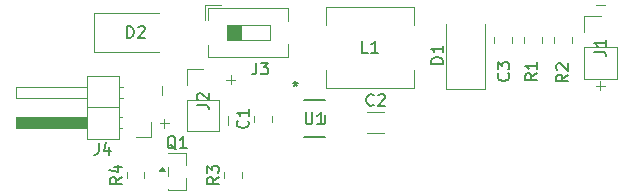
<source format=gto>
%TF.GenerationSoftware,KiCad,Pcbnew,9.0.6-9.0.6~ubuntu24.04.1*%
%TF.CreationDate,2025-11-30T18:55:52-06:00*%
%TF.ProjectId,solar_power_supply,736f6c61-725f-4706-9f77-65725f737570,v1*%
%TF.SameCoordinates,Original*%
%TF.FileFunction,Legend,Top*%
%TF.FilePolarity,Positive*%
%FSLAX46Y46*%
G04 Gerber Fmt 4.6, Leading zero omitted, Abs format (unit mm)*
G04 Created by KiCad (PCBNEW 9.0.6-9.0.6~ubuntu24.04.1) date 2025-11-30 18:55:52*
%MOMM*%
%LPD*%
G01*
G04 APERTURE LIST*
%ADD10C,0.100000*%
%ADD11C,0.150000*%
%ADD12C,0.120000*%
%ADD13C,0.152400*%
G04 APERTURE END LIST*
D10*
X158496115Y-86608533D02*
X157734211Y-86608533D01*
X157703884Y-93391466D02*
X158465789Y-93391466D01*
X158084836Y-93772419D02*
X158084836Y-93010514D01*
X126591466Y-96696115D02*
X126591466Y-95934211D01*
X126403884Y-92891466D02*
X127165789Y-92891466D01*
X126784836Y-93272419D02*
X126784836Y-92510514D01*
X120991466Y-94196115D02*
X120991466Y-93434211D01*
X120803884Y-96591466D02*
X121565789Y-96591466D01*
X121184836Y-96972419D02*
X121184836Y-96210514D01*
D11*
X128966666Y-91454819D02*
X128966666Y-92169104D01*
X128966666Y-92169104D02*
X128919047Y-92311961D01*
X128919047Y-92311961D02*
X128823809Y-92407200D01*
X128823809Y-92407200D02*
X128680952Y-92454819D01*
X128680952Y-92454819D02*
X128585714Y-92454819D01*
X129347619Y-91454819D02*
X129966666Y-91454819D01*
X129966666Y-91454819D02*
X129633333Y-91835771D01*
X129633333Y-91835771D02*
X129776190Y-91835771D01*
X129776190Y-91835771D02*
X129871428Y-91883390D01*
X129871428Y-91883390D02*
X129919047Y-91931009D01*
X129919047Y-91931009D02*
X129966666Y-92026247D01*
X129966666Y-92026247D02*
X129966666Y-92264342D01*
X129966666Y-92264342D02*
X129919047Y-92359580D01*
X129919047Y-92359580D02*
X129871428Y-92407200D01*
X129871428Y-92407200D02*
X129776190Y-92454819D01*
X129776190Y-92454819D02*
X129490476Y-92454819D01*
X129490476Y-92454819D02*
X129395238Y-92407200D01*
X129395238Y-92407200D02*
X129347619Y-92359580D01*
X133127895Y-95654819D02*
X133127895Y-96464342D01*
X133127895Y-96464342D02*
X133175514Y-96559580D01*
X133175514Y-96559580D02*
X133223133Y-96607200D01*
X133223133Y-96607200D02*
X133318371Y-96654819D01*
X133318371Y-96654819D02*
X133508847Y-96654819D01*
X133508847Y-96654819D02*
X133604085Y-96607200D01*
X133604085Y-96607200D02*
X133651704Y-96559580D01*
X133651704Y-96559580D02*
X133699323Y-96464342D01*
X133699323Y-96464342D02*
X133699323Y-95654819D01*
X134699323Y-96654819D02*
X134127895Y-96654819D01*
X134413609Y-96654819D02*
X134413609Y-95654819D01*
X134413609Y-95654819D02*
X134318371Y-95797676D01*
X134318371Y-95797676D02*
X134223133Y-95892914D01*
X134223133Y-95892914D02*
X134127895Y-95940533D01*
X132270550Y-93003019D02*
X132270550Y-93241114D01*
X132032455Y-93145876D02*
X132270550Y-93241114D01*
X132270550Y-93241114D02*
X132508645Y-93145876D01*
X132127693Y-93431590D02*
X132270550Y-93241114D01*
X132270550Y-93241114D02*
X132413407Y-93431590D01*
X132270550Y-93003019D02*
X132270550Y-93241114D01*
X132032455Y-93145876D02*
X132270550Y-93241114D01*
X132270550Y-93241114D02*
X132508645Y-93145876D01*
X132127693Y-93431590D02*
X132270550Y-93241114D01*
X132270550Y-93241114D02*
X132413407Y-93431590D01*
X117549819Y-101131666D02*
X117073628Y-101464999D01*
X117549819Y-101703094D02*
X116549819Y-101703094D01*
X116549819Y-101703094D02*
X116549819Y-101322142D01*
X116549819Y-101322142D02*
X116597438Y-101226904D01*
X116597438Y-101226904D02*
X116645057Y-101179285D01*
X116645057Y-101179285D02*
X116740295Y-101131666D01*
X116740295Y-101131666D02*
X116883152Y-101131666D01*
X116883152Y-101131666D02*
X116978390Y-101179285D01*
X116978390Y-101179285D02*
X117026009Y-101226904D01*
X117026009Y-101226904D02*
X117073628Y-101322142D01*
X117073628Y-101322142D02*
X117073628Y-101703094D01*
X116883152Y-100274523D02*
X117549819Y-100274523D01*
X116502200Y-100512618D02*
X117216485Y-100750713D01*
X117216485Y-100750713D02*
X117216485Y-100131666D01*
X125804819Y-101131666D02*
X125328628Y-101464999D01*
X125804819Y-101703094D02*
X124804819Y-101703094D01*
X124804819Y-101703094D02*
X124804819Y-101322142D01*
X124804819Y-101322142D02*
X124852438Y-101226904D01*
X124852438Y-101226904D02*
X124900057Y-101179285D01*
X124900057Y-101179285D02*
X124995295Y-101131666D01*
X124995295Y-101131666D02*
X125138152Y-101131666D01*
X125138152Y-101131666D02*
X125233390Y-101179285D01*
X125233390Y-101179285D02*
X125281009Y-101226904D01*
X125281009Y-101226904D02*
X125328628Y-101322142D01*
X125328628Y-101322142D02*
X125328628Y-101703094D01*
X124804819Y-100798332D02*
X124804819Y-100179285D01*
X124804819Y-100179285D02*
X125185771Y-100512618D01*
X125185771Y-100512618D02*
X125185771Y-100369761D01*
X125185771Y-100369761D02*
X125233390Y-100274523D01*
X125233390Y-100274523D02*
X125281009Y-100226904D01*
X125281009Y-100226904D02*
X125376247Y-100179285D01*
X125376247Y-100179285D02*
X125614342Y-100179285D01*
X125614342Y-100179285D02*
X125709580Y-100226904D01*
X125709580Y-100226904D02*
X125757200Y-100274523D01*
X125757200Y-100274523D02*
X125804819Y-100369761D01*
X125804819Y-100369761D02*
X125804819Y-100655475D01*
X125804819Y-100655475D02*
X125757200Y-100750713D01*
X125757200Y-100750713D02*
X125709580Y-100798332D01*
X155354819Y-92466666D02*
X154878628Y-92799999D01*
X155354819Y-93038094D02*
X154354819Y-93038094D01*
X154354819Y-93038094D02*
X154354819Y-92657142D01*
X154354819Y-92657142D02*
X154402438Y-92561904D01*
X154402438Y-92561904D02*
X154450057Y-92514285D01*
X154450057Y-92514285D02*
X154545295Y-92466666D01*
X154545295Y-92466666D02*
X154688152Y-92466666D01*
X154688152Y-92466666D02*
X154783390Y-92514285D01*
X154783390Y-92514285D02*
X154831009Y-92561904D01*
X154831009Y-92561904D02*
X154878628Y-92657142D01*
X154878628Y-92657142D02*
X154878628Y-93038094D01*
X154450057Y-92085713D02*
X154402438Y-92038094D01*
X154402438Y-92038094D02*
X154354819Y-91942856D01*
X154354819Y-91942856D02*
X154354819Y-91704761D01*
X154354819Y-91704761D02*
X154402438Y-91609523D01*
X154402438Y-91609523D02*
X154450057Y-91561904D01*
X154450057Y-91561904D02*
X154545295Y-91514285D01*
X154545295Y-91514285D02*
X154640533Y-91514285D01*
X154640533Y-91514285D02*
X154783390Y-91561904D01*
X154783390Y-91561904D02*
X155354819Y-92133332D01*
X155354819Y-92133332D02*
X155354819Y-91514285D01*
X152724819Y-92366666D02*
X152248628Y-92699999D01*
X152724819Y-92938094D02*
X151724819Y-92938094D01*
X151724819Y-92938094D02*
X151724819Y-92557142D01*
X151724819Y-92557142D02*
X151772438Y-92461904D01*
X151772438Y-92461904D02*
X151820057Y-92414285D01*
X151820057Y-92414285D02*
X151915295Y-92366666D01*
X151915295Y-92366666D02*
X152058152Y-92366666D01*
X152058152Y-92366666D02*
X152153390Y-92414285D01*
X152153390Y-92414285D02*
X152201009Y-92461904D01*
X152201009Y-92461904D02*
X152248628Y-92557142D01*
X152248628Y-92557142D02*
X152248628Y-92938094D01*
X152724819Y-91414285D02*
X152724819Y-91985713D01*
X152724819Y-91699999D02*
X151724819Y-91699999D01*
X151724819Y-91699999D02*
X151867676Y-91795237D01*
X151867676Y-91795237D02*
X151962914Y-91890475D01*
X151962914Y-91890475D02*
X152010533Y-91985713D01*
X122157261Y-98795057D02*
X122062023Y-98747438D01*
X122062023Y-98747438D02*
X121966785Y-98652200D01*
X121966785Y-98652200D02*
X121823928Y-98509342D01*
X121823928Y-98509342D02*
X121728690Y-98461723D01*
X121728690Y-98461723D02*
X121633452Y-98461723D01*
X121681071Y-98699819D02*
X121585833Y-98652200D01*
X121585833Y-98652200D02*
X121490595Y-98556961D01*
X121490595Y-98556961D02*
X121442976Y-98366485D01*
X121442976Y-98366485D02*
X121442976Y-98033152D01*
X121442976Y-98033152D02*
X121490595Y-97842676D01*
X121490595Y-97842676D02*
X121585833Y-97747438D01*
X121585833Y-97747438D02*
X121681071Y-97699819D01*
X121681071Y-97699819D02*
X121871547Y-97699819D01*
X121871547Y-97699819D02*
X121966785Y-97747438D01*
X121966785Y-97747438D02*
X122062023Y-97842676D01*
X122062023Y-97842676D02*
X122109642Y-98033152D01*
X122109642Y-98033152D02*
X122109642Y-98366485D01*
X122109642Y-98366485D02*
X122062023Y-98556961D01*
X122062023Y-98556961D02*
X121966785Y-98652200D01*
X121966785Y-98652200D02*
X121871547Y-98699819D01*
X121871547Y-98699819D02*
X121681071Y-98699819D01*
X123062023Y-98699819D02*
X122490595Y-98699819D01*
X122776309Y-98699819D02*
X122776309Y-97699819D01*
X122776309Y-97699819D02*
X122681071Y-97842676D01*
X122681071Y-97842676D02*
X122585833Y-97937914D01*
X122585833Y-97937914D02*
X122490595Y-97985533D01*
X138413333Y-90624819D02*
X137937143Y-90624819D01*
X137937143Y-90624819D02*
X137937143Y-89624819D01*
X139270476Y-90624819D02*
X138699048Y-90624819D01*
X138984762Y-90624819D02*
X138984762Y-89624819D01*
X138984762Y-89624819D02*
X138889524Y-89767676D01*
X138889524Y-89767676D02*
X138794286Y-89862914D01*
X138794286Y-89862914D02*
X138699048Y-89910533D01*
X115601666Y-98244819D02*
X115601666Y-98959104D01*
X115601666Y-98959104D02*
X115554047Y-99101961D01*
X115554047Y-99101961D02*
X115458809Y-99197200D01*
X115458809Y-99197200D02*
X115315952Y-99244819D01*
X115315952Y-99244819D02*
X115220714Y-99244819D01*
X116506428Y-98578152D02*
X116506428Y-99244819D01*
X116268333Y-98197200D02*
X116030238Y-98911485D01*
X116030238Y-98911485D02*
X116649285Y-98911485D01*
X123914819Y-95033333D02*
X124629104Y-95033333D01*
X124629104Y-95033333D02*
X124771961Y-95080952D01*
X124771961Y-95080952D02*
X124867200Y-95176190D01*
X124867200Y-95176190D02*
X124914819Y-95319047D01*
X124914819Y-95319047D02*
X124914819Y-95414285D01*
X124010057Y-94604761D02*
X123962438Y-94557142D01*
X123962438Y-94557142D02*
X123914819Y-94461904D01*
X123914819Y-94461904D02*
X123914819Y-94223809D01*
X123914819Y-94223809D02*
X123962438Y-94128571D01*
X123962438Y-94128571D02*
X124010057Y-94080952D01*
X124010057Y-94080952D02*
X124105295Y-94033333D01*
X124105295Y-94033333D02*
X124200533Y-94033333D01*
X124200533Y-94033333D02*
X124343390Y-94080952D01*
X124343390Y-94080952D02*
X124914819Y-94652380D01*
X124914819Y-94652380D02*
X124914819Y-94033333D01*
X157569819Y-90533333D02*
X158284104Y-90533333D01*
X158284104Y-90533333D02*
X158426961Y-90580952D01*
X158426961Y-90580952D02*
X158522200Y-90676190D01*
X158522200Y-90676190D02*
X158569819Y-90819047D01*
X158569819Y-90819047D02*
X158569819Y-90914285D01*
X158569819Y-89533333D02*
X158569819Y-90104761D01*
X158569819Y-89819047D02*
X157569819Y-89819047D01*
X157569819Y-89819047D02*
X157712676Y-89914285D01*
X157712676Y-89914285D02*
X157807914Y-90009523D01*
X157807914Y-90009523D02*
X157855533Y-90104761D01*
X118006905Y-89354819D02*
X118006905Y-88354819D01*
X118006905Y-88354819D02*
X118245000Y-88354819D01*
X118245000Y-88354819D02*
X118387857Y-88402438D01*
X118387857Y-88402438D02*
X118483095Y-88497676D01*
X118483095Y-88497676D02*
X118530714Y-88592914D01*
X118530714Y-88592914D02*
X118578333Y-88783390D01*
X118578333Y-88783390D02*
X118578333Y-88926247D01*
X118578333Y-88926247D02*
X118530714Y-89116723D01*
X118530714Y-89116723D02*
X118483095Y-89211961D01*
X118483095Y-89211961D02*
X118387857Y-89307200D01*
X118387857Y-89307200D02*
X118245000Y-89354819D01*
X118245000Y-89354819D02*
X118006905Y-89354819D01*
X118959286Y-88450057D02*
X119006905Y-88402438D01*
X119006905Y-88402438D02*
X119102143Y-88354819D01*
X119102143Y-88354819D02*
X119340238Y-88354819D01*
X119340238Y-88354819D02*
X119435476Y-88402438D01*
X119435476Y-88402438D02*
X119483095Y-88450057D01*
X119483095Y-88450057D02*
X119530714Y-88545295D01*
X119530714Y-88545295D02*
X119530714Y-88640533D01*
X119530714Y-88640533D02*
X119483095Y-88783390D01*
X119483095Y-88783390D02*
X118911667Y-89354819D01*
X118911667Y-89354819D02*
X119530714Y-89354819D01*
X144754819Y-91543094D02*
X143754819Y-91543094D01*
X143754819Y-91543094D02*
X143754819Y-91304999D01*
X143754819Y-91304999D02*
X143802438Y-91162142D01*
X143802438Y-91162142D02*
X143897676Y-91066904D01*
X143897676Y-91066904D02*
X143992914Y-91019285D01*
X143992914Y-91019285D02*
X144183390Y-90971666D01*
X144183390Y-90971666D02*
X144326247Y-90971666D01*
X144326247Y-90971666D02*
X144516723Y-91019285D01*
X144516723Y-91019285D02*
X144611961Y-91066904D01*
X144611961Y-91066904D02*
X144707200Y-91162142D01*
X144707200Y-91162142D02*
X144754819Y-91304999D01*
X144754819Y-91304999D02*
X144754819Y-91543094D01*
X144754819Y-90019285D02*
X144754819Y-90590713D01*
X144754819Y-90304999D02*
X143754819Y-90304999D01*
X143754819Y-90304999D02*
X143897676Y-90400237D01*
X143897676Y-90400237D02*
X143992914Y-90495475D01*
X143992914Y-90495475D02*
X144040533Y-90590713D01*
X150299580Y-92366666D02*
X150347200Y-92414285D01*
X150347200Y-92414285D02*
X150394819Y-92557142D01*
X150394819Y-92557142D02*
X150394819Y-92652380D01*
X150394819Y-92652380D02*
X150347200Y-92795237D01*
X150347200Y-92795237D02*
X150251961Y-92890475D01*
X150251961Y-92890475D02*
X150156723Y-92938094D01*
X150156723Y-92938094D02*
X149966247Y-92985713D01*
X149966247Y-92985713D02*
X149823390Y-92985713D01*
X149823390Y-92985713D02*
X149632914Y-92938094D01*
X149632914Y-92938094D02*
X149537676Y-92890475D01*
X149537676Y-92890475D02*
X149442438Y-92795237D01*
X149442438Y-92795237D02*
X149394819Y-92652380D01*
X149394819Y-92652380D02*
X149394819Y-92557142D01*
X149394819Y-92557142D02*
X149442438Y-92414285D01*
X149442438Y-92414285D02*
X149490057Y-92366666D01*
X149394819Y-92033332D02*
X149394819Y-91414285D01*
X149394819Y-91414285D02*
X149775771Y-91747618D01*
X149775771Y-91747618D02*
X149775771Y-91604761D01*
X149775771Y-91604761D02*
X149823390Y-91509523D01*
X149823390Y-91509523D02*
X149871009Y-91461904D01*
X149871009Y-91461904D02*
X149966247Y-91414285D01*
X149966247Y-91414285D02*
X150204342Y-91414285D01*
X150204342Y-91414285D02*
X150299580Y-91461904D01*
X150299580Y-91461904D02*
X150347200Y-91509523D01*
X150347200Y-91509523D02*
X150394819Y-91604761D01*
X150394819Y-91604761D02*
X150394819Y-91890475D01*
X150394819Y-91890475D02*
X150347200Y-91985713D01*
X150347200Y-91985713D02*
X150299580Y-92033332D01*
X138898333Y-95029580D02*
X138850714Y-95077200D01*
X138850714Y-95077200D02*
X138707857Y-95124819D01*
X138707857Y-95124819D02*
X138612619Y-95124819D01*
X138612619Y-95124819D02*
X138469762Y-95077200D01*
X138469762Y-95077200D02*
X138374524Y-94981961D01*
X138374524Y-94981961D02*
X138326905Y-94886723D01*
X138326905Y-94886723D02*
X138279286Y-94696247D01*
X138279286Y-94696247D02*
X138279286Y-94553390D01*
X138279286Y-94553390D02*
X138326905Y-94362914D01*
X138326905Y-94362914D02*
X138374524Y-94267676D01*
X138374524Y-94267676D02*
X138469762Y-94172438D01*
X138469762Y-94172438D02*
X138612619Y-94124819D01*
X138612619Y-94124819D02*
X138707857Y-94124819D01*
X138707857Y-94124819D02*
X138850714Y-94172438D01*
X138850714Y-94172438D02*
X138898333Y-94220057D01*
X139279286Y-94220057D02*
X139326905Y-94172438D01*
X139326905Y-94172438D02*
X139422143Y-94124819D01*
X139422143Y-94124819D02*
X139660238Y-94124819D01*
X139660238Y-94124819D02*
X139755476Y-94172438D01*
X139755476Y-94172438D02*
X139803095Y-94220057D01*
X139803095Y-94220057D02*
X139850714Y-94315295D01*
X139850714Y-94315295D02*
X139850714Y-94410533D01*
X139850714Y-94410533D02*
X139803095Y-94553390D01*
X139803095Y-94553390D02*
X139231667Y-95124819D01*
X139231667Y-95124819D02*
X139850714Y-95124819D01*
X128219580Y-96366666D02*
X128267200Y-96414285D01*
X128267200Y-96414285D02*
X128314819Y-96557142D01*
X128314819Y-96557142D02*
X128314819Y-96652380D01*
X128314819Y-96652380D02*
X128267200Y-96795237D01*
X128267200Y-96795237D02*
X128171961Y-96890475D01*
X128171961Y-96890475D02*
X128076723Y-96938094D01*
X128076723Y-96938094D02*
X127886247Y-96985713D01*
X127886247Y-96985713D02*
X127743390Y-96985713D01*
X127743390Y-96985713D02*
X127552914Y-96938094D01*
X127552914Y-96938094D02*
X127457676Y-96890475D01*
X127457676Y-96890475D02*
X127362438Y-96795237D01*
X127362438Y-96795237D02*
X127314819Y-96652380D01*
X127314819Y-96652380D02*
X127314819Y-96557142D01*
X127314819Y-96557142D02*
X127362438Y-96414285D01*
X127362438Y-96414285D02*
X127410057Y-96366666D01*
X128314819Y-95414285D02*
X128314819Y-95985713D01*
X128314819Y-95699999D02*
X127314819Y-95699999D01*
X127314819Y-95699999D02*
X127457676Y-95795237D01*
X127457676Y-95795237D02*
X127552914Y-95890475D01*
X127552914Y-95890475D02*
X127600533Y-95985713D01*
D12*
%TO.C,J3*%
X124620000Y-86550000D02*
X124620000Y-87860000D01*
X124620000Y-86550000D02*
X126003000Y-86550000D01*
X124860000Y-86790000D02*
X124860000Y-87860000D01*
X124860000Y-86790000D02*
X131680000Y-86790000D01*
X124860000Y-89940000D02*
X124860000Y-91010000D01*
X124860000Y-91010000D02*
X131680000Y-91010000D01*
X127666667Y-88265000D02*
X127666667Y-89535000D01*
X131680000Y-86790000D02*
X131680000Y-87940000D01*
X131680000Y-89860000D02*
X131680000Y-91010000D01*
X126460000Y-88265000D02*
X127666667Y-88265000D01*
X127666667Y-89535000D01*
X126460000Y-89535000D01*
X126460000Y-88265000D01*
G36*
X126460000Y-88265000D02*
G01*
X127666667Y-88265000D01*
X127666667Y-89535000D01*
X126460000Y-89535000D01*
X126460000Y-88265000D01*
G37*
X126460000Y-88265000D02*
X130080000Y-88265000D01*
X130080000Y-89535000D01*
X126460000Y-89535000D01*
X126460000Y-88265000D01*
D13*
%TO.C,U1*%
X132988100Y-97774800D02*
X134791500Y-97774800D01*
X134791500Y-96537861D02*
X134791500Y-95862139D01*
X134791500Y-94625200D02*
X132988100Y-94625200D01*
D12*
%TO.C,R4*%
X118010000Y-101192064D02*
X118010000Y-100737936D01*
X119480000Y-101192064D02*
X119480000Y-100737936D01*
%TO.C,R3*%
X126265000Y-101192064D02*
X126265000Y-100737936D01*
X127735000Y-101192064D02*
X127735000Y-100737936D01*
%TO.C,R2*%
X154205000Y-89762064D02*
X154205000Y-89307936D01*
X155675000Y-89762064D02*
X155675000Y-89307936D01*
%TO.C,R1*%
X151665000Y-89762064D02*
X151665000Y-89307936D01*
X153135000Y-89762064D02*
X153135000Y-89307936D01*
%TO.C,Q1*%
X121492500Y-99085000D02*
X123012500Y-99085000D01*
X121492500Y-99135000D02*
X121492500Y-99085000D01*
X121492500Y-101035000D02*
X121492500Y-100255000D01*
X121492500Y-102205000D02*
X121492500Y-102155000D01*
X123012500Y-99085000D02*
X123012500Y-100085000D01*
X123012500Y-101205000D02*
X123012500Y-102205000D01*
X123012500Y-102205000D02*
X121492500Y-102205000D01*
X121192500Y-100595000D02*
X120712500Y-100595000D01*
X120952500Y-100265000D01*
X121192500Y-100595000D01*
G36*
X121192500Y-100595000D02*
G01*
X120712500Y-100595000D01*
X120952500Y-100265000D01*
X121192500Y-100595000D01*
G37*
%TO.C,L1*%
X134880000Y-86770000D02*
X134880000Y-88270000D01*
X134880000Y-93570000D02*
X134880000Y-92070000D01*
X134880000Y-93570000D02*
X142280000Y-93570000D01*
X142280000Y-86770000D02*
X134880000Y-86770000D01*
X142280000Y-86770000D02*
X142280000Y-88270000D01*
X142280000Y-93570000D02*
X142280000Y-92070000D01*
%TO.C,J4*%
X120015000Y-97790000D02*
X118745000Y-97790000D01*
X120015000Y-96520000D02*
X120015000Y-97790000D01*
X117667642Y-94410000D02*
X117355000Y-94410000D01*
X117667642Y-93550000D02*
X117355000Y-93550000D01*
X117585000Y-96950000D02*
X117355000Y-96950000D01*
X117585000Y-96090000D02*
X117355000Y-96090000D01*
X117355000Y-97900000D02*
X117355000Y-92600000D01*
X117355000Y-95250000D02*
X114595000Y-95250000D01*
X117355000Y-92600000D02*
X114595000Y-92600000D01*
X114595000Y-97900000D02*
X117355000Y-97900000D01*
X114595000Y-94410000D02*
X108595000Y-94410000D01*
X114595000Y-92600000D02*
X114595000Y-97900000D01*
X108595000Y-94410000D02*
X108595000Y-93550000D01*
X108595000Y-93550000D02*
X114595000Y-93550000D01*
X114595000Y-96950000D02*
X108595000Y-96950000D01*
X108595000Y-96090000D01*
X114595000Y-96090000D01*
X114595000Y-96950000D01*
G36*
X114595000Y-96950000D02*
G01*
X108595000Y-96950000D01*
X108595000Y-96090000D01*
X114595000Y-96090000D01*
X114595000Y-96950000D01*
G37*
%TO.C,J2*%
X123080000Y-91965000D02*
X124460000Y-91965000D01*
X123080000Y-93345000D02*
X123080000Y-91965000D01*
X123080000Y-94615000D02*
X123080000Y-97265000D01*
X123080000Y-94615000D02*
X125840000Y-94615000D01*
X123080000Y-97265000D02*
X125840000Y-97265000D01*
X125840000Y-94615000D02*
X125840000Y-97265000D01*
%TO.C,J1*%
X156735000Y-87520000D02*
X158115000Y-87520000D01*
X156735000Y-88900000D02*
X156735000Y-87520000D01*
X156735000Y-90170000D02*
X156735000Y-92820000D01*
X156735000Y-90170000D02*
X159495000Y-90170000D01*
X156735000Y-92820000D02*
X159495000Y-92820000D01*
X159495000Y-90170000D02*
X159495000Y-92820000D01*
%TO.C,D2*%
X115235000Y-87250000D02*
X115235000Y-90550000D01*
X115235000Y-87250000D02*
X120745000Y-87250000D01*
X115235000Y-90550000D02*
X120745000Y-90550000D01*
%TO.C,D1*%
X145035000Y-93680000D02*
X148335000Y-93680000D01*
X145035000Y-93680000D02*
X145035000Y-88170000D01*
X148335000Y-93680000D02*
X148335000Y-88170000D01*
%TO.C,C3*%
X149125000Y-89796252D02*
X149125000Y-89273748D01*
X150595000Y-89796252D02*
X150595000Y-89273748D01*
%TO.C,C2*%
X138353748Y-95610000D02*
X139776252Y-95610000D01*
X138353748Y-97430000D02*
X139776252Y-97430000D01*
%TO.C,C1*%
X128805000Y-96461252D02*
X128805000Y-95938748D01*
X130275000Y-96461252D02*
X130275000Y-95938748D01*
%TD*%
M02*

</source>
